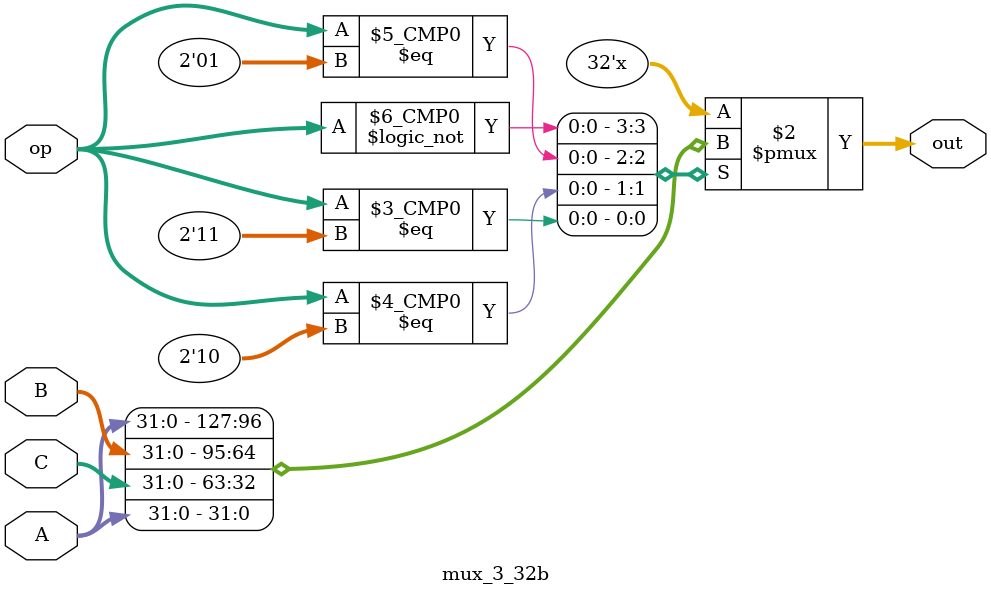
<source format=v>
`timescale 1ns / 1ps
module mux_3_32b( 
	input [1:0]op,
	input [31:0] A, B,C,	
	output reg [31:0] out
);
	always@(*)
	begin
		case(op[1:0])
			2'b00:out<=A;
			2'b01:out<=B;
			2'b10:out<=C;
			2'b11:out<=A;
		endcase
	end
endmodule

</source>
